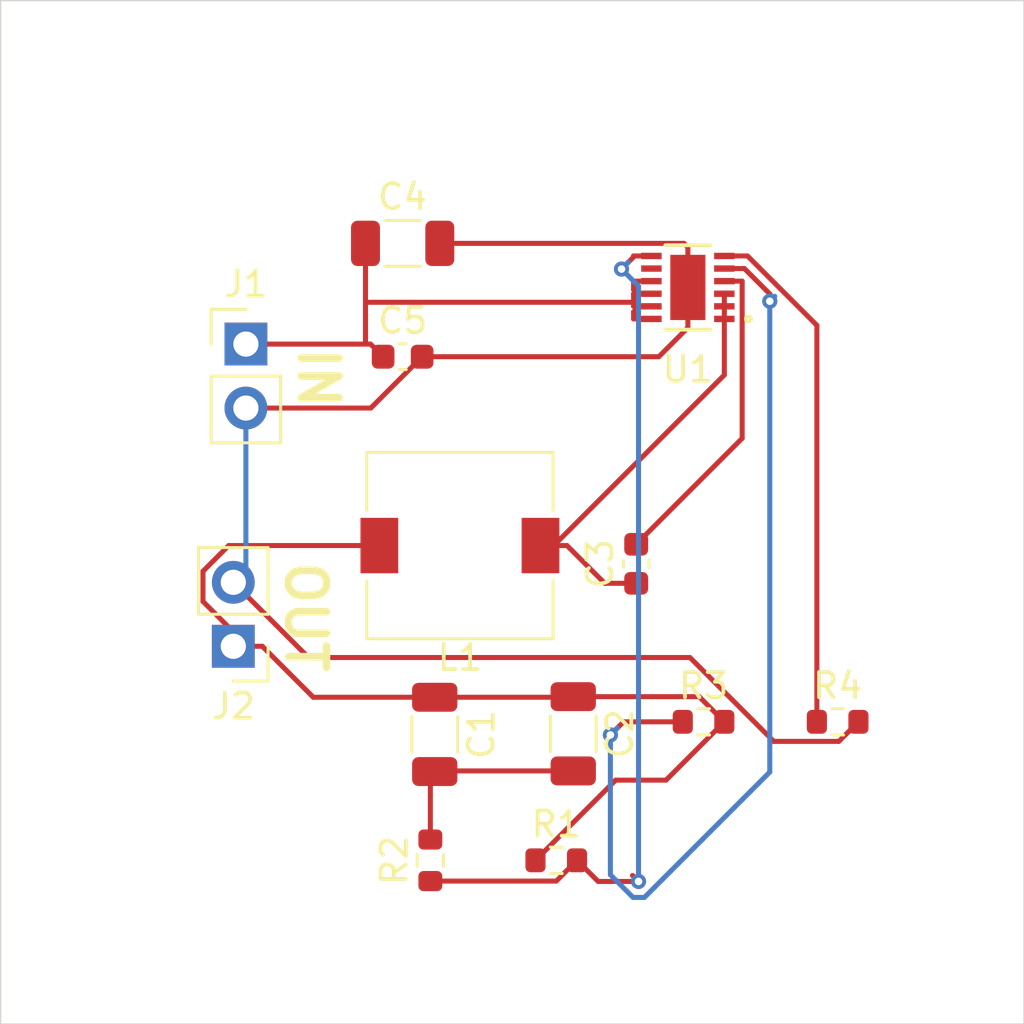
<source format=kicad_pcb>
(kicad_pcb (version 20241229) (generator "pcbnew") (generator_version "9.0")
  (layers (0 "F.Cu" signal) (2 "B.Cu" signal) (13 "F.Paste" user) (15 "B.Paste" user) (5 "F.SilkS" user "F.Silkscreen") (7 "B.SilkS" user "B.Silkscreen") (1 "F.Mask" user) (3 "B.Mask" user) (25 "Edge.Cuts" user))
  (net 0 "")
  (net 1 "Net-(C1-Pad2)")
  (net 2 "Net-(C3-Pad1)")
  (net 3 "Net-(U1-BOOT)")
  (net 4 "GND")
  (net 5 "Net-(U1-FB)")
  (net 6 "Net-(U1-PG)")
  (net 7 "Net-(U1-ER)")
  (net 9 "/OUT")
  (net 10 "/IN")
  (footprint "Resistor_SMD:R_0603_1608Metric" (layer "F.Cu") (at 139.675 115)
    (property "Reference" "R3" (at 0 -1.43 0) (layer "F.SilkS"))
    (property "Value" "100k")
    (fp_line (start -0.237258 -0.5225) (end 0.237258 -0.5225) (stroke (width 0.12)) (layer "F.SilkS"))
    (fp_line (start -0.237258 0.5225) (end 0.237258 0.5225) (stroke (width 0.12)) (layer "F.SilkS"))
    (pad "1" smd roundrect (at -0.825 0) (size 0.8 0.95) (layers "F.Cu" "F.Mask" "F.Paste") (net 6 "Net-(U1-PG)"))
    (pad "2" smd roundrect (at 0.825 0) (size 0.8 0.95) (layers "F.Cu" "F.Mask" "F.Paste") (net 9 "/OUT"))
  )
  (footprint "Capacitor_SMD:C_1206_3216Metric" (layer "F.Cu") (at 134.5 115.475 -90)
    (property "Reference" "C2" (at 0 -1.85 90) (layer "F.SilkS"))
    (property "Value" "47uF")
    (fp_line (start -0.711252 0.91) (end 0.711252 0.91) (stroke (width 0.12)) (layer "F.SilkS"))
    (fp_line (start -0.711252 -0.91) (end 0.711252 -0.91) (stroke (width 0.12)) (layer "F.SilkS"))
    (pad "1" smd roundrect (at -1.475 0 270) (size 1.15 1.8) (layers "F.Cu" "F.Mask" "F.Paste") (roundrect_rratio 0.217391) (net 9 "/OUT"))
    (pad "2" smd roundrect (at 1.475 0 270) (size 1.15 1.8) (layers "F.Cu" "F.Mask" "F.Paste") (roundrect_rratio 0.217391) (net 1 "Net-(C1-Pad2)"))
  )
  (footprint "Inductor_SMD:L_7.3x7.3_H3.5" (layer "F.Cu") (at 130 108 180)
    (property "Reference" "L1" (at 0 -4.45 0) (layer "F.SilkS"))
    (property "Value" "6.8uH")
    (fp_line (start 3.7 3.7) (end -3.7 3.7) (stroke (width 0.12)) (layer "F.SilkS"))
    (fp_line (start 3.7 1.4) (end 3.7 3.7) (stroke (width 0.12)) (layer "F.SilkS"))
    (fp_line (start 3.7 -3.7) (end 3.7 -1.4) (stroke (width 0.12)) (layer "F.SilkS"))
    (fp_line (start -3.7 3.7) (end -3.7 1.4) (stroke (width 0.12)) (layer "F.SilkS"))
    (fp_line (start -3.7 -1.4) (end -3.7 -3.7) (stroke (width 0.12)) (layer "F.SilkS"))
    (fp_line (start -3.7 -3.7) (end 3.7 -3.7) (stroke (width 0.12)) (layer "F.SilkS"))
    (pad "1" smd rect (at -3.2 0 180) (size 1.5 2.2) (layers "F.Cu" "F.Mask" "F.Paste") (net 2 "Net-(C3-Pad1)"))
    (pad "2" smd rect (at 3.2 0 180) (size 1.5 2.2) (layers "F.Cu" "F.Mask" "F.Paste") (net 9 "/OUT"))
  )
  (footprint "Capacitor_SMD:C_0603_1608Metric" (layer "F.Cu") (at 127.725 100.5)
    (property "Reference" "C5" (at 0 -1.43 0) (layer "F.SilkS"))
    (property "Value" "100nF")
    (fp_line (start -0.14058 -0.51) (end 0.14058 -0.51) (stroke (width 0.12)) (layer "F.SilkS"))
    (fp_line (start -0.14058 0.51) (end 0.14058 0.51) (stroke (width 0.12)) (layer "F.SilkS"))
    (pad "1" smd roundrect (at -0.775 0) (size 0.9 0.95) (layers "F.Cu" "F.Mask" "F.Paste") (net 10 "/IN"))
    (pad "2" smd roundrect (at 0.775 0) (size 0.9 0.95) (layers "F.Cu" "F.Mask" "F.Paste") (net 4 "GND"))
  )
  (footprint "Resistor_SMD:R_0603_1608Metric" (layer "F.Cu") (at 145 115)
    (property "Reference" "R4" (at 0 -1.43 0) (layer "F.SilkS"))
    (property "Value" "30.9k")
    (fp_line (start -0.237258 -0.5225) (end 0.237258 -0.5225) (stroke (width 0.12)) (layer "F.SilkS"))
    (fp_line (start -0.237258 0.5225) (end 0.237258 0.5225) (stroke (width 0.12)) (layer "F.SilkS"))
    (pad "1" smd roundrect (at -0.825 0) (size 0.8 0.95) (layers "F.Cu" "F.Mask" "F.Paste") (net 7 "Net-(U1-ER)"))
    (pad "2" smd roundrect (at 0.825 0) (size 0.8 0.95) (layers "F.Cu" "F.Mask" "F.Paste") (net 4 "GND"))
  )
  (footprint "LMR51450:WSON_SDRRR_TEX" (layer "F.Cu") (at 139.0522 97.7502 180)
    (property "Reference" "U1" (at 0 -3.2498 0) (layer "F.SilkS"))
    (property "Value" "LMR51450FNDRRR")
    (fp_line (start 0.895578 -1.6764) (end -0.895578 -1.6764) (stroke (width 0.1524)) (layer "F.SilkS"))
    (fp_line (start -0.895578 1.6764) (end 0.895578 1.6764) (stroke (width 0.1524)) (layer "F.SilkS"))
    (fp_circle (center -2.405126 -1.250315) (end -2.303526 -1.250315) (stroke (width 0.1524)) (fill no) (layer "F.SilkS"))
    (pad "1" smd rect (at -1.4478 -1.250315 180) (size 0.8128 0.254) (layers "F.Cu" "F.Mask" "F.Paste") (net 2 "Net-(C3-Pad1)"))
    (pad "2" smd rect (at -1.4478 -0.750189 180) (size 0.8128 0.254) (layers "F.Cu" "F.Mask" "F.Paste") (net 2 "Net-(C3-Pad1)"))
    (pad "3" smd rect (at -1.4478 -0.250063 180) (size 0.8128 0.254) (layers "F.Cu" "F.Mask" "F.Paste") (net 2 "Net-(C3-Pad1)"))
    (pad "4" smd rect (at -1.4478 0.250063 180) (size 0.8128 0.254) (layers "F.Cu" "F.Mask" "F.Paste") (net 3 "Net-(U1-BOOT)"))
    (pad "5" smd rect (at -1.4478 0.750189 180) (size 0.8128 0.254) (layers "F.Cu" "F.Mask" "F.Paste") (net 6 "Net-(U1-PG)"))
    (pad "6" smd rect (at -1.4478 1.250315 180) (size 0.8128 0.254) (layers "F.Cu" "F.Mask" "F.Paste") (net 7 "Net-(U1-ER)"))
    (pad "7" smd rect (at 1.4478 1.250315 180) (size 0.8128 0.254) (layers "F.Cu" "F.Mask" "F.Paste") (net 5 "Net-(U1-FB)"))
    (pad "8" smd rect (at 1.4478 0.750189 180) (size 0.8128 0.254) (layers "F.Cu" "F.Mask" "F.Paste"))
    (pad "9" smd rect (at 1.4478 0.250063 180) (size 0.8128 0.254) (layers "F.Cu" "F.Mask" "F.Paste") (net 10 "/IN"))
    (pad "10" smd rect (at 1.4478 -0.250063 180) (size 0.8128 0.254) (layers "F.Cu" "F.Mask" "F.Paste") (net 10 "/IN"))
    (pad "11" smd rect (at 1.4478 -0.750189 180) (size 0.8128 0.254) (layers "F.Cu" "F.Mask" "F.Paste") (net 10 "/IN"))
    (pad "12" smd rect (at 1.4478 -1.250315 180) (size 0.8128 0.254) (layers "F.Cu" "F.Mask" "F.Paste") (net 10 "/IN"))
    (pad "13" smd rect (at 0 0 180) (size 1.397 2.5908) (layers "F.Cu" "F.Mask" "F.Paste") (net 4 "GND"))
  )
  (footprint "Capacitor_SMD:C_1206_3216Metric" (layer "F.Cu") (at 127.725 96)
    (property "Reference" "C4" (at 0 -1.85 0) (layer "F.SilkS"))
    (property "Value" "4.7uF")
    (fp_line (start -0.711252 -0.91) (end 0.711252 -0.91) (stroke (width 0.12)) (layer "F.SilkS"))
    (fp_line (start -0.711252 0.91) (end 0.711252 0.91) (stroke (width 0.12)) (layer "F.SilkS"))
    (pad "1" smd roundrect (at -1.475 0) (size 1.15 1.8) (layers "F.Cu" "F.Mask" "F.Paste") (roundrect_rratio 0.217391) (net 10 "/IN"))
    (pad "2" smd roundrect (at 1.475 0) (size 1.15 1.8) (layers "F.Cu" "F.Mask" "F.Paste") (roundrect_rratio 0.217391) (net 4 "GND"))
  )
  (footprint "Resistor_SMD:R_0603_1608Metric" (layer "F.Cu") (at 133.825 120.5)
    (property "Reference" "R1" (at 0 -1.43 0) (layer "F.SilkS"))
    (property "Value" "82k")
    (fp_line (start -0.237258 -0.5225) (end 0.237258 -0.5225) (stroke (width 0.12)) (layer "F.SilkS"))
    (fp_line (start -0.237258 0.5225) (end 0.237258 0.5225) (stroke (width 0.12)) (layer "F.SilkS"))
    (pad "1" smd roundrect (at -0.825 0) (size 0.8 0.95) (layers "F.Cu" "F.Mask" "F.Paste") (net 9 "/OUT"))
    (pad "2" smd roundrect (at 0.825 0) (size 0.8 0.95) (layers "F.Cu" "F.Mask" "F.Paste") (net 5 "Net-(U1-FB)"))
  )
  (footprint "Capacitor_SMD:C_0603_1608Metric" (layer "F.Cu") (at 137 108.725 90)
    (property "Reference" "C3" (at 0 -1.43 90) (layer "F.SilkS"))
    (property "Value" "100nF")
    (fp_line (start -0.14058 -0.51) (end 0.14058 -0.51) (stroke (width 0.12)) (layer "F.SilkS"))
    (fp_line (start -0.14058 0.51) (end 0.14058 0.51) (stroke (width 0.12)) (layer "F.SilkS"))
    (pad "1" smd roundrect (at -0.775 0 90) (size 0.9 0.95) (layers "F.Cu" "F.Mask" "F.Paste") (net 2 "Net-(C3-Pad1)"))
    (pad "2" smd roundrect (at 0.775 0 90) (size 0.9 0.95) (layers "F.Cu" "F.Mask" "F.Paste") (net 3 "Net-(U1-BOOT)"))
  )
  (footprint "Connector_PinHeader_2.54mm:PinHeader_1x02_P2.54mm_Vertical" (layer "F.Cu") (at 121 112 180)
    (property "Reference" "J2" (at 0 -2.38 0) (layer "F.SilkS"))
    (property "Value" "Conn_01x02")
    (fp_line (start 1.38 1.27) (end 1.38 3.92) (stroke (width 0.12)) (layer "F.SilkS"))
    (fp_line (start -1.38 3.92) (end 1.38 3.92) (stroke (width 0.12)) (layer "F.SilkS"))
    (fp_line (start -1.38 1.27) (end 1.38 1.27) (stroke (width 0.12)) (layer "F.SilkS"))
    (fp_line (start -1.38 1.27) (end -1.38 3.92) (stroke (width 0.12)) (layer "F.SilkS"))
    (fp_line (start -1.38 0) (end -1.38 -1.38) (stroke (width 0.12)) (layer "F.SilkS"))
    (fp_line (start -1.38 -1.38) (end 0 -1.38) (stroke (width 0.12)) (layer "F.SilkS"))
    (pad "1" thru_hole rect (at 0 0 180) (size 1.7 1.7) (drill 1) (layers "*.Cu" "*.Mask") (net 9 "/OUT"))
    (pad "2" thru_hole circle (at 0 2.54 180) (size 1.7 1.7) (drill 1) (layers "*.Cu" "*.Mask") (net 4 "GND"))
  )
  (footprint "Capacitor_SMD:C_1206_3216Metric" (layer "F.Cu") (at 129 115.5 -90)
    (property "Reference" "C1" (at 0 -1.85 90) (layer "F.SilkS"))
    (property "Value" "47uF")
    (fp_line (start -0.711252 0.91) (end 0.711252 0.91) (stroke (width 0.12)) (layer "F.SilkS"))
    (fp_line (start -0.711252 -0.91) (end 0.711252 -0.91) (stroke (width 0.12)) (layer "F.SilkS"))
    (pad "1" smd roundrect (at -1.475 0 270) (size 1.15 1.8) (layers "F.Cu" "F.Mask" "F.Paste") (roundrect_rratio 0.217391) (net 9 "/OUT"))
    (pad "2" smd roundrect (at 1.475 0 270) (size 1.15 1.8) (layers "F.Cu" "F.Mask" "F.Paste") (roundrect_rratio 0.217391) (net 1 "Net-(C1-Pad2)"))
  )
  (footprint "Resistor_SMD:R_0603_1608Metric" (layer "F.Cu") (at 128.825 120.5 90)
    (property "Reference" "R2" (at 0 -1.43 90) (layer "F.SilkS"))
    (property "Value" "10k")
    (fp_line (start -0.237258 -0.5225) (end 0.237258 -0.5225) (stroke (width 0.12)) (layer "F.SilkS"))
    (fp_line (start -0.237258 0.5225) (end 0.237258 0.5225) (stroke (width 0.12)) (layer "F.SilkS"))
    (pad "1" smd roundrect (at -0.825 0 90) (size 0.8 0.95) (layers "F.Cu" "F.Mask" "F.Paste") (net 5 "Net-(U1-FB)"))
    (pad "2" smd roundrect (at 0.825 0 90) (size 0.8 0.95) (layers "F.Cu" "F.Mask" "F.Paste") (net 1 "Net-(C1-Pad2)"))
  )
  (footprint "Connector_PinHeader_2.54mm:PinHeader_1x02_P2.54mm_Vertical" (layer "F.Cu") (at 121.5 100)
    (property "Reference" "J1" (at 0 -2.38 0) (layer "F.SilkS"))
    (property "Value" "Conn_01x02")
    (fp_line (start -1.38 -1.38) (end 0 -1.38) (stroke (width 0.12)) (layer "F.SilkS"))
    (fp_line (start -1.38 0) (end -1.38 -1.38) (stroke (width 0.12)) (layer "F.SilkS"))
    (fp_line (start -1.38 1.27) (end -1.38 3.92) (stroke (width 0.12)) (layer "F.SilkS"))
    (fp_line (start -1.38 1.27) (end 1.38 1.27) (stroke (width 0.12)) (layer "F.SilkS"))
    (fp_line (start -1.38 3.92) (end 1.38 3.92) (stroke (width 0.12)) (layer "F.SilkS"))
    (fp_line (start 1.38 1.27) (end 1.38 3.92) (stroke (width 0.12)) (layer "F.SilkS"))
    (pad "1" thru_hole rect (at 0 0) (size 1.7 1.7) (drill 1) (layers "*.Cu" "*.Mask") (net 10 "/IN"))
    (pad "2" thru_hole circle (at 0 2.54) (size 1.7 1.7) (drill 1) (layers "*.Cu" "*.Mask") (net 4 "GND"))
  )
  (gr_line (start 111.76 86.36) (end 152.4 86.36) (stroke (width 0.05)) (layer "Edge.Cuts"))
  (gr_line (start 152.4 86.36) (end 152.4 96.52) (stroke (width 0.05)) (layer "Edge.Cuts"))
  (gr_line (start 111.76 86.36) (end 111.76 127) (stroke (width 0.05)) (layer "Edge.Cuts"))
  (gr_line (start 111.76 127) (end 152.4 127) (stroke (width 0.05)) (layer "Edge.Cuts"))
  (gr_line (start 152.4 127) (end 152.4 96.52) (stroke (width 0.05)) (layer "Edge.Cuts"))
  (gr_text "OUT" (at 123 108.5 270) (layer "F.SilkS") (effects (font (size 1.5 1.5) (thickness 0.3) (bold yes)) (justify left bottom)))
  (gr_text "IN" (at 123.5 100 270) (layer "F.SilkS") (effects (font (size 1.5 1.5) (thickness 0.3) (bold yes)) (justify left bottom)))
  (segment (start 128.825 117.15) (end 128.825 119.675) (width 0.2) (layer "F.Cu") (net 1))
  (segment (start 129.025 116.95) (end 129 116.975) (width 0.2) (layer "F.Cu") (net 1))
  (segment (start 129 116.975) (end 128.825 117.15) (width 0.2) (layer "F.Cu") (net 1))
  (segment (start 134.5 116.95) (end 129.025 116.95) (width 0.2) (layer "F.Cu") (net 1))
  (segment (start 134.2517 108) (end 135.7517 109.5) (width 0.2) (layer "F.Cu") (net 2))
  (segment (start 135.7517 109.5) (end 137 109.5) (width 0.2) (layer "F.Cu") (net 2))
  (segment (start 140.5 101.2259) (end 140.5 99.0005) (width 0.2) (layer "F.Cu") (net 2))
  (segment (start 133.7259 108) (end 140.5 101.2259) (width 0.2) (layer "F.Cu") (net 2))
  (segment (start 140.5 99.0005) (end 140.5 98.5004) (width 0.2) (layer "F.Cu") (net 2))
  (segment (start 133.2 108) (end 133.7259 108) (width 0.2) (layer "F.Cu") (net 2))
  (segment (start 133.7259 108) (end 134.2517 108) (width 0.2) (layer "F.Cu") (net 2))
  (segment (start 140.5 98.5004) (end 140.5 98.0003) (width 0.2) (layer "F.Cu") (net 2))
  (segment (start 141.2081 97.5001) (end 141.2081 103.7419) (width 0.2) (layer "F.Cu") (net 3))
  (segment (start 140.5 97.5001) (end 141.2081 97.5001) (width 0.2) (layer "F.Cu") (net 3))
  (segment (start 141.2081 103.7419) (end 137 107.95) (width 0.2) (layer "F.Cu") (net 3))
  (segment (start 129.2 96) (end 138.8991 96) (width 0.2) (layer "F.Cu") (net 4))
  (segment (start 145.0475 115.7775) (end 142.4652 115.7775) (width 0.2) (layer "F.Cu") (net 4))
  (segment (start 139.134 112.4463) (end 123.9863 112.4463) (width 0.2) (layer "F.Cu") (net 4))
  (segment (start 128.5 100.5) (end 126.46 102.54) (width 0.2) (layer "F.Cu") (net 4))
  (segment (start 128.5 100.5) (end 137.8995 100.5) (width 0.2) (layer "F.Cu") (net 4))
  (segment (start 139.0522 97.7502) (end 139.0522 96.1531) (width 0.2) (layer "F.Cu") (net 4))
  (segment (start 126.46 102.54) (end 121.5 102.54) (width 0.2) (layer "F.Cu") (net 4))
  (segment (start 137.8995 100.5) (end 139.0522 99.3473) (width 0.2) (layer "F.Cu") (net 4))
  (segment (start 142.4652 115.7775) (end 139.134 112.4463) (width 0.2) (layer "F.Cu") (net 4))
  (segment (start 139.0522 97.7502) (end 139.0522 99.3473) (width 0.2) (layer "F.Cu") (net 4))
  (segment (start 138.8991 96) (end 139.0522 96.1531) (width 0.2) (layer "F.Cu") (net 4))
  (segment (start 145.825 115) (end 145.0475 115.7775) (width 0.2) (layer "F.Cu") (net 4))
  (segment (start 123.9863 112.4463) (end 121 109.46) (width 0.2) (layer "F.Cu") (net 4))
  (segment (start 121 109.46) (end 121.5 108.96) (width 0.2) (layer "B.Cu") (net 4))
  (segment (start 121.5 108.96) (end 121.5 102.54) (width 0.2) (layer "B.Cu") (net 4))
  (segment (start 137.0925 121.3391) (end 136.8562 121.1028) (width 0.2) (layer "F.Cu") (net 5))
  (segment (start 134.65 120.5) (end 133.825 121.325) (width 0.2) (layer "F.Cu") (net 5))
  (segment (start 136.4164 97.021) (end 136.6863 96.7511) (width 0.2) (layer "F.Cu") (net 5))
  (segment (start 135.4891 121.3391) (end 134.65 120.5) (width 0.2) (layer "F.Cu") (net 5))
  (segment (start 136.6863 96.7511) (end 136.4164 97.021) (width 0.2) (layer "F.Cu") (net 5))
  (segment (start 137.0925 121.3391) (end 135.4891 121.3391) (width 0.2) (layer "F.Cu") (net 5))
  (segment (start 133.825 121.325) (end 128.825 121.325) (width 0.2) (layer "F.Cu") (net 5))
  (segment (start 136.8963 96.5411) (end 136.8963 96.4999) (width 0.2) (layer "F.Cu") (net 5))
  (segment (start 136.8562 121.1028) (end 137.0925 121.3391) (width 0.2) (layer "F.Cu") (net 5))
  (segment (start 136.4164 97.021) (end 136.8963 96.5411) (width 0.2) (layer "F.Cu") (net 5))
  (segment (start 137.6044 96.4999) (end 136.8963 96.4999) (width 0.2) (layer "F.Cu") (net 5))
  (via (at 137.0925 121.3391) (size 0.6) (drill 0.3) (layers "F.Cu" "B.Cu") (net 5))
  (via (at 136.4164 97.021) (size 0.6) (drill 0.3) (layers "F.Cu" "B.Cu") (net 5))
  (segment (start 136.6863 96.7511) (end 136.4164 97.021) (width 0.2) (layer "B.Cu") (net 5))
  (segment (start 137.0925 121.3391) (end 137.0925 97.6971) (width 0.2) (layer "B.Cu") (net 5))
  (segment (start 136.4164 97.021) (end 136.6863 96.7511) (width 0.2) (layer "B.Cu") (net 5))
  (segment (start 137.0925 97.6971) (end 136.4164 97.021) (width 0.2) (layer "B.Cu") (net 5))
  (segment (start 136.4969 115) (end 135.9756 115.5213) (width 0.2) (layer "F.Cu") (net 6))
  (segment (start 138.85 115) (end 136.4969 115) (width 0.2) (layer "F.Cu") (net 6))
  (segment (start 142.3047 98.0075) (end 141.2972 97) (width 0.2) (layer "F.Cu") (net 6))
  (segment (start 142.3047 98.2973) (end 142.3047 98.0075) (width 0.2) (layer "F.Cu") (net 6))
  (segment (start 135.9756 115.5213) (end 136.2411 115.2558) (width 0.2) (layer "F.Cu") (net 6))
  (segment (start 141.2972 97) (end 140.5 97) (width 0.2) (layer "F.Cu") (net 6))
  (segment (start 136.2411 115.2558) (end 135.9756 115.5213) (width 0.2) (layer "F.Cu") (net 6))
  (via (at 135.9756 115.5213) (size 0.6) (drill 0.3) (layers "F.Cu" "B.Cu") (net 6))
  (via (at 142.3047 98.2973) (size 0.6) (drill 0.3) (layers "F.Cu" "B.Cu") (net 6))
  (segment (start 136.2411 115.2558) (end 135.9756 115.5213) (width 0.2) (layer "B.Cu") (net 6))
  (segment (start 135.9756 121.0732) (end 136.8759 121.9735) (width 0.2) (layer "B.Cu") (net 6))
  (segment (start 135.9756 115.5213) (end 135.9756 121.0732) (width 0.2) (layer "B.Cu") (net 6))
  (segment (start 137.3274 121.9735) (end 142.3047 116.9962) (width 0.2) (layer "B.Cu") (net 6))
  (segment (start 135.9756 115.5213) (end 136.2411 115.2558) (width 0.2) (layer "B.Cu") (net 6))
  (segment (start 136.8759 121.9735) (end 137.3274 121.9735) (width 0.2) (layer "B.Cu") (net 6))
  (segment (start 142.4979 98.1041) (end 142.3047 98.2973) (width 0.2) (layer "B.Cu") (net 6))
  (segment (start 142.3047 98.2973) (end 142.4979 98.1041) (width 0.2) (layer "B.Cu") (net 6))
  (segment (start 142.3047 116.9962) (end 142.3047 98.2973) (width 0.2) (layer "B.Cu") (net 6))
  (segment (start 144.175 99.2538) (end 141.4211 96.4999) (width 0.2) (layer "F.Cu") (net 7))
  (segment (start 144.175 115) (end 144.175 99.2538) (width 0.2) (layer "F.Cu") (net 7))
  (segment (start 141.4211 96.4999) (end 141.2081 96.4999) (width 0.2) (layer "F.Cu") (net 7))
  (segment (start 140.5 96.4999) (end 141.2081 96.4999) (width 0.2) (layer "F.Cu") (net 7))
  (segment (start 134.5 114) (end 134.475 114.025) (width 0.2) (layer "F.Cu") (net 9))
  (segment (start 119.7967 110.2208) (end 119.7967 109.0197) (width 0.2) (layer "F.Cu") (net 9))
  (segment (start 120.8164 108) (end 126.8 108) (width 0.2) (layer "F.Cu") (net 9))
  (segment (start 134.475 114.025) (end 129 114.025) (width 0.2) (layer "F.Cu") (net 9))
  (segment (start 133 120.5) (end 136.1832 117.3168) (width 0.2) (layer "F.Cu") (net 9))
  (segment (start 139.5 114) (end 140.5 115) (width 0.2) (layer "F.Cu") (net 9))
  (segment (start 124.1767 114.025) (end 122.1517 112) (width 0.2) (layer "F.Cu") (net 9))
  (segment (start 119.7967 109.0197) (end 120.8164 108) (width 0.2) (layer "F.Cu") (net 9))
  (segment (start 136.1832 117.3168) (end 138.1832 117.3168) (width 0.2) (layer "F.Cu") (net 9))
  (segment (start 134.5 114) (end 139.5 114) (width 0.2) (layer "F.Cu") (net 9))
  (segment (start 121 112) (end 121.5759 112) (width 0.2) (layer "F.Cu") (net 9))
  (segment (start 138.1832 117.3168) (end 140.5 115) (width 0.2) (layer "F.Cu") (net 9))
  (segment (start 121.5759 112) (end 119.7967 110.2208) (width 0.2) (layer "F.Cu") (net 9))
  (segment (start 121.5759 112) (end 122.1517 112) (width 0.2) (layer "F.Cu") (net 9))
  (segment (start 129 114.025) (end 124.1767 114.025) (width 0.2) (layer "F.Cu") (net 9))
  (segment (start 136.8963 99.0005) (end 136.8963 98.7192) (width 0.2) (layer "F.Cu") (net 10))
  (segment (start 126.45 100) (end 126.95 100.5) (width 0.2) (layer "F.Cu") (net 10))
  (segment (start 137.1151 98.5004) (end 136.8963 98.5004) (width 0.2) (layer "F.Cu") (net 10))
  (segment (start 137.0563 98.0003) (end 136.8963 97.8403) (width 0.2) (layer "F.Cu") (net 10))
  (segment (start 136.8963 97.8403) (end 136.8963 97.5001) (width 0.2) (layer "F.Cu") (net 10))
  (segment (start 136.8963 98.7192) (end 137.1151 98.5004) (width 0.2) (layer "F.Cu") (net 10))
  (segment (start 137.6044 97.5001) (end 136.8963 97.5001) (width 0.2) (layer "F.Cu") (net 10))
  (segment (start 126.25 100) (end 126.25 98.3392) (width 0.2) (layer "F.Cu") (net 10))
  (segment (start 137.1151 98.5004) (end 137.6044 98.5004) (width 0.2) (layer "F.Cu") (net 10))
  (segment (start 136.8963 98.3392) (end 136.8963 98.5004) (width 0.2) (layer "F.Cu") (net 10))
  (segment (start 126.25 100) (end 126.45 100) (width 0.2) (layer "F.Cu") (net 10))
  (segment (start 126.25 98.3392) (end 126.25 96) (width 0.2) (layer "F.Cu") (net 10))
  (segment (start 136.8963 98.3392) (end 126.25 98.3392) (width 0.2) (layer "F.Cu") (net 10))
  (segment (start 137.0563 98.0003) (end 136.8963 98.0003) (width 0.2) (layer "F.Cu") (net 10))
  (segment (start 121.5 100) (end 126.25 100) (width 0.2) (layer "F.Cu") (net 10))
  (segment (start 136.8963 98.2834) (end 136.8963 98.3247) (width 0.2) (layer "F.Cu") (net 10))
  (segment (start 136.8963 98.0003) (end 136.8963 98.2834) (width 0.2) (layer "F.Cu") (net 10))
  (segment (start 137.2504 98.0003) (end 137.0563 98.0003) (width 0.2) (layer "F.Cu") (net 10))
  (segment (start 137.6044 99.0005) (end 136.8963 99.0005) (width 0.2) (layer "F.Cu") (net 10))
  (segment (start 136.8963 98.3247) (end 136.8963 98.3392) (width 0.2) (layer "F.Cu") (net 10))
  (segment (start 137.6044 98.0003) (end 137.2504 98.0003) (width 0.2) (layer "F.Cu") (net 10))
)
</source>
